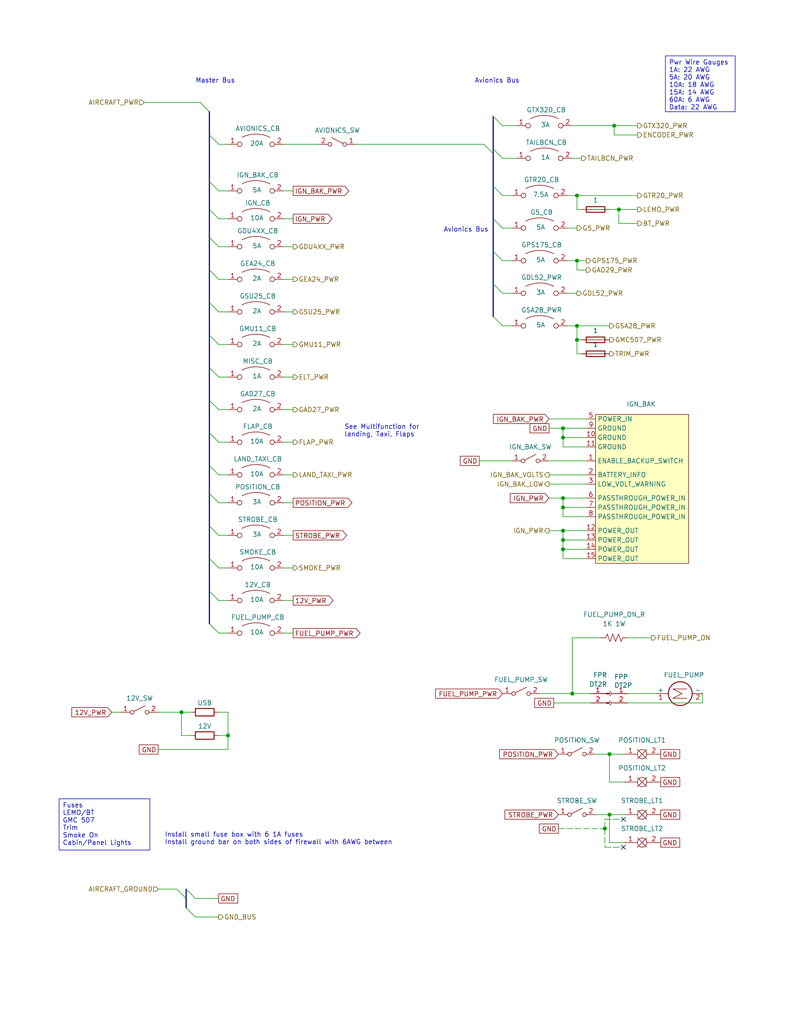
<source format=kicad_sch>
(kicad_sch (version 20250114) (generator "eeschema") (generator_version "9.0")
  (paper "USLetter" portrait)
  (title_block (title "Power Distribution") (date "2025-11-02") (rev "1.1") (company "N877RV"))
  (lib_symbols
    (symbol "Connector:Conn_01x02_Pin" (pin_names (offset 1.016) (hide yes))
      (property "Reference" "J" (at 0 2.54 0))
      (property "Value" "Conn_01x02_Pin" (at 0 -5.08 0))
      (symbol "Conn_01x02_Pin_1_1"
        (rectangle (start 0.8636 0.127) (end 0 -0.127) (stroke (width 0.1524)) (fill (type outline)))
        (rectangle (start 0.8636 -2.413) (end 0 -2.667) (stroke (width 0.1524)) (fill (type outline)))
        (polyline (pts (xy 1.27 0) (xy 0.8636 0)) (stroke (width 0.1524)))
        (polyline (pts (xy 1.27 -2.54) (xy 0.8636 -2.54)) (stroke (width 0.1524)))
        (pin passive line (at 5.08 0 180) (length 3.81) (name "Pin_1") (number "1"))
        (pin passive line (at 5.08 -2.54 180) (length 3.81) (name "Pin_2") (number "2"))
      )
    )
    (symbol "Connector:Conn_01x02_Socket" (pin_names (offset 1.016) (hide yes))
      (property "Reference" "J" (at 0 2.54 0))
      (property "Value" "Conn_01x02_Socket" (at 0 -5.08 0))
      (symbol "Conn_01x02_Socket_1_1"
        (polyline (pts (xy -1.27 0) (xy -0.508 0)) (stroke (width 0.1524)))
        (polyline (pts (xy -1.27 -2.54) (xy -0.508 -2.54)) (stroke (width 0.1524)))
        (arc (start 0 -0.508) (mid -0.5058 0) (end 0 0.508) (stroke (width 0.1524)))
        (arc (start 0 -3.048) (mid -0.5058 -2.54) (end 0 -2.032) (stroke (width 0.1524)))
        (pin passive line (at -5.08 0 0) (length 3.81) (name "Pin_1") (number "1"))
        (pin passive line (at -5.08 -2.54 0) (length 3.81) (name "Pin_2") (number "2"))
      )
    )
    (symbol "Device:CircuitBreaker_1P_US"
      (property "Reference" "CB" (at 3.175 -1.27 0))
      (property "Value" "CircuitBreaker_1P_US" (at 3.175 0.635 0))
      (symbol "CircuitBreaker_1P_US_0_1"
        (arc (start 1.905 3.81) (mid 2.8044 0) (end 1.905 -3.81))
        (circle (center 0 4.445) (radius 0.635))
        (circle (center 0 -4.445) (radius 0.635))
      )
      (symbol "CircuitBreaker_1P_US_1_1"
        (pin passive line (at 0 7.62 270) (length 2.54) (name "~") (number "1"))
        (pin passive line (at 0 -7.62 90) (length 2.54) (name "~") (number "2"))
      )
    )
    (symbol "Device:Fuse" (pin_numbers (hide yes)) (pin_names (offset 0))
      (property "Reference" "F" (at 2.032 0 90))
      (property "Value" "Fuse" (at -1.905 0 90))
      (symbol "Fuse_0_1"
        (rectangle (start -0.762 -2.54) (end 0.762 2.54) (stroke (width 0.254)))
        (polyline (pts (xy 0 2.54) (xy 0 -2.54)))
      )
      (symbol "Fuse_1_1"
        (pin passive line (at 0 3.81 270) (length 1.27) (name "~") (number "1"))
        (pin passive line (at 0 -3.81 90) (length 1.27) (name "~") (number "2"))
      )
    )
    (symbol "Device:R" (pin_numbers (hide yes)) (pin_names (offset 0))
      (property "Reference" "R" (at 2.032 0 90))
      (property "Value" "R" (at 0 0 90))
      (symbol "R_0_1"
        (rectangle (start -1.016 -2.54) (end 1.016 2.54) (stroke (width 0.254)))
      )
      (symbol "R_1_1"
        (pin passive line (at 0 3.81 270) (length 1.27) (name "~") (number "1"))
        (pin passive line (at 0 -3.81 90) (length 1.27) (name "~") (number "2"))
      )
    )
    (symbol "Device:R_US" (pin_numbers (hide yes)) (pin_names (offset 0))
      (property "Reference" "R" (at 2.54 0 90))
      (property "Value" "R_US" (at -2.54 0 90))
      (symbol "R_US_0_1"
        (polyline (pts (xy 0 2.286) (xy 0 2.54)))
        (polyline (pts (xy 0 2.286) (xy 1.016 1.905) (xy 0 1.524) (xy -1.016 1.143) (xy 0 0.762)))
        (polyline (pts (xy 0 0.762) (xy 1.016 0.381) (xy 0 0) (xy -1.016 -0.381) (xy 0 -0.762)))
        (polyline (pts (xy 0 -0.762) (xy 1.016 -1.143) (xy 0 -1.524) (xy -1.016 -1.905) (xy 0 -2.286)))
        (polyline (pts (xy 0 -2.286) (xy 0 -2.54)))
      )
      (symbol "R_US_1_1"
        (pin passive line (at 0 3.81 270) (length 1.27) (name "~") (number "1"))
        (pin passive line (at 0 -3.81 90) (length 1.27) (name "~") (number "2"))
      )
    )
    (symbol "FlyerX:Bulb"
      (property "Reference" "B" (at 1.27 1.27 0))
      (symbol "Bulb_0_1"
        (polyline (pts (xy 0 0) (xy 2.54 -2.54)))
        (polyline (pts (xy 0 -2.54) (xy 2.54 0)))
        (circle (center 1.27 -1.27) (radius 1.27))
      )
      (symbol "Bulb_1_1"
        (pin passive line (at -3.81 -1.27 0) (length 3.81) (name "") (number "1"))
        (pin passive line (at 6.35 -1.27 180) (length 3.81) (name "") (number "2"))
      )
    )
    (symbol "Motor:Motor_DC" (pin_names (offset 0))
      (property "Reference" "M" (at 2.54 2.54 0))
      (property "Value" "Motor_DC" (at 2.54 -5.08 0))
      (symbol "Motor_DC_0_0"
        (polyline (pts (xy -1.27 -3.302) (xy -1.27 0.508) (xy 0 -2.032) (xy 1.27 0.508) (xy 1.27 -3.302)))
      )
      (symbol "Motor_DC_0_1"
        (polyline (pts (xy 0 2.032) (xy 0 2.54)))
        (polyline (pts (xy 0 1.7272) (xy 0 2.0828)))
        (circle (center 0 -1.524) (radius 3.2512) (stroke (width 0.254)))
        (polyline (pts (xy 0 -4.7752) (xy 0 -5.1816)))
        (polyline (pts (xy 0 -7.62) (xy 0 -7.112)))
      )
      (symbol "Motor_DC_1_1"
        (pin passive line (at 0 5.08 270) (length 2.54) (name "+") (number "1"))
        (pin passive line (at 0 -7.62 90) (length 2.54) (name "-") (number "2"))
      )
    )
    (symbol "Switch:SW_SPST" (pin_names (offset 0) (hide yes))
      (property "Reference" "SW" (at 0 3.175 0))
      (property "Value" "SW_SPST" (at 0 -2.54 0))
      (symbol "SW_SPST_0_0"
        (circle (center -2.032 0) (radius 0.508))
        (polyline (pts (xy -1.524 0.254) (xy 1.524 1.778)))
        (circle (center 2.032 0) (radius 0.508))
      )
      (symbol "SW_SPST_1_1"
        (pin passive line (at -5.08 0 0) (length 2.54) (name "A") (number "1"))
        (pin passive line (at 5.08 0 180) (length 2.54) (name "B") (number "2"))
      )
    )
    (symbol "flyerx:TCW_IBBS-12V-3AH"
      (property "Reference" "IBBS" (at 2.54 1.27 0))
      (symbol "TCW_IBBS-12V-3AH_1_1"
        (rectangle (start 0 0) (end 25.4 -40.64) (fill (type background)))
        (pin power_in line (at 27.94 -1.27 180) (length 2.54) (name "POWER_IN") (number "5"))
        (pin passive line (at 27.94 -3.81 180) (length 2.54) (name "GROUND") (number "9"))
        (pin passive line (at 27.94 -6.35 180) (length 2.54) (name "GROUND") (number "10"))
        (pin passive line (at 27.94 -8.89 180) (length 2.54) (name "GROUND") (number "11"))
        (pin bidirectional line (at 27.94 -12.7 180) (length 2.54) (name "ENABLE_BACKUP_SWITCH") (number "1"))
        (pin output line (at 27.94 -16.51 180) (length 2.54) (name "BATTERY_INFO") (number "2"))
        (pin bidirectional line (at 27.94 -19.05 180) (length 2.54) (name "LOW_VOLT_WARNING") (number "3"))
        (pin power_in line (at 27.94 -22.86 180) (length 2.54) (name "PASSTHROUGH_POWER_IN") (number "6"))
        (pin power_in line (at 27.94 -25.4 180) (length 2.54) (name "PASSTHROUGH_POWER_IN") (number "7"))
        (pin power_in line (at 27.94 -27.94 180) (length 2.54) (name "PASSTHROUGH_POWER_IN") (number "8"))
        (pin power_out line (at 27.94 -31.75 180) (length 2.54) (name "POWER_OUT") (number "12"))
        (pin power_out line (at 27.94 -34.29 180) (length 2.54) (name "POWER_OUT") (number "13"))
        (pin power_out line (at 27.94 -36.83 180) (length 2.54) (name "POWER_OUT") (number "14"))
        (pin power_out line (at 27.94 -39.37 180) (length 2.54) (name "POWER_OUT") (number "15"))
      )
    )
  )
  (text "Master Bus" (at 53.34 22.86 0) (effects (font (size 1.27 1.27)) (justify left bottom)))
  (text "Install small fuse box with 6 1A fuses\nInstall ground bar on both sides of firewall with 6AWG between" (at 44.958 230.632 0) (effects (font (size 1.27 1.27)) (justify left bottom)))
  (text "Avionics Bus" (at 133.35 63.5 0) (effects (font (size 1.27 1.27)) (justify right bottom)))
  (text "Avionics Bus" (at 129.54 22.86 0) (effects (font (size 1.27 1.27)) (justify left bottom)))
  (text "See Multifunction for\nlanding, Taxi, Flaps" (at 93.98 119.38 0) (effects (font (size 1.27 1.27)) (justify left bottom)))
  (text_box "Pwr Wire Gauges\n1A: 22 AWG\n5A: 20 AWG\n10A: 18 AWG\n15A: 14 AWG\n60A: 6 AWG\nData: 22 AWG" (at 181.61 15.24 0) (size 19.05 15.24) (margins 0.9525 0.9525 0.9525 0.9525) (effects (font (size 1.27 1.27)) (justify left top)))
  (text_box "Fuses\nLEMO/BT\nGMC 507\nTrim\nSmoke On\nCabin/Panel Lights" (at 16.129 217.932 0) (size 24.765 13.97) (margins 0.9525 0.9525 0.9525 0.9525) (effects (font (size 1.27 1.27)) (justify left top)))
  (junction (at 166.37 205.74))
  (junction (at 157.48 71.12))
  (junction (at 49.53 194.31))
  (junction (at 166.37 222.25))
  (junction (at 153.67 138.43))
  (junction (at 167.64 34.29))
  (junction (at 153.67 149.86))
  (junction (at 153.67 119.38))
  (junction (at 156.21 189.23))
  (junction (at 153.67 135.89))
  (junction (at 157.48 92.71))
  (junction (at 153.67 144.78))
  (junction (at 168.91 57.15))
  (junction (at 153.67 116.84))
  (junction (at 62.23 200.66))
  (junction (at 165.1 226.06))
  (junction (at 157.48 88.9))
  (junction (at 157.48 53.34))
  (junction (at 153.67 147.32))
  (no_connect (at 170.18 231.14))
  (no_connect (at 170.18 223.52))
  (bus_entry (at 48.26 242.57) (size 2.54 2.54))
  (bus_entry (at 57.15 170.18) (size 2.54 2.54))
  (bus_entry (at 134.62 86.36) (size 2.54 2.54))
  (bus_entry (at 57.15 152.4) (size 2.54 2.54))
  (bus_entry (at 134.62 59.69) (size 2.54 2.54))
  (bus_entry (at 57.15 143.51) (size 2.54 2.54))
  (bus_entry (at 57.15 100.33) (size 2.54 2.54))
  (bus_entry (at 57.15 118.11) (size 2.54 2.54))
  (bus_entry (at 50.8 242.57) (size 2.54 2.54))
  (bus_entry (at 134.62 77.47) (size 2.54 2.54))
  (bus_entry (at 57.15 36.83) (size 2.54 2.54))
  (bus_entry (at 57.15 73.66) (size 2.54 2.54))
  (bus_entry (at 57.15 82.55) (size 2.54 2.54))
  (bus_entry (at 132.08 39.37) (size 2.54 2.54))
  (bus_entry (at 57.15 134.62) (size 2.54 2.54))
  (bus_entry (at 57.15 127) (size 2.54 2.54))
  (bus_entry (at 134.62 31.75) (size 2.54 2.54))
  (bus_entry (at 54.61 27.94) (size 2.54 2.54))
  (bus_entry (at 134.62 40.64) (size 2.54 2.54))
  (bus_entry (at 50.8 247.65) (size 2.54 2.54))
  (bus_entry (at 57.15 109.22) (size 2.54 2.54))
  (bus_entry (at 57.15 91.44) (size 2.54 2.54))
  (bus_entry (at 134.62 68.58) (size 2.54 2.54))
  (bus_entry (at 57.15 49.53) (size 2.54 2.54))
  (bus_entry (at 57.15 57.15) (size 2.54 2.54))
  (bus_entry (at 134.62 50.8) (size 2.54 2.54))
  (bus_entry (at 57.15 161.29) (size 2.54 2.54))
  (bus_entry (at 57.15 64.77) (size 2.54 2.54))
  (wire (pts (xy 149.86 125.73) (xy 160.02 125.73)))
  (wire (pts (xy 137.16 88.9) (xy 139.7 88.9)))
  (wire (pts (xy 59.69 120.65) (xy 62.23 120.65)))
  (wire (pts (xy 165.1 223.52) (xy 170.18 223.52)) (stroke (width 0) (type dash)))
  (wire (pts (xy 77.47 154.94) (xy 80.01 154.94)))
  (wire (pts (xy 167.64 36.83) (xy 167.64 34.29)))
  (wire (pts (xy 59.69 67.31) (xy 62.23 67.31)))
  (bus (pts (xy 134.62 59.69) (xy 134.62 68.58)))
  (wire (pts (xy 151.13 191.77) (xy 161.29 191.77)))
  (wire (pts (xy 160.02 138.43) (xy 153.67 138.43)))
  (wire (pts (xy 157.48 57.15) (xy 157.48 53.34)))
  (wire (pts (xy 166.37 213.36) (xy 166.37 205.74)))
  (wire (pts (xy 137.16 34.29) (xy 140.97 34.29)))
  (wire (pts (xy 77.47 52.07) (xy 80.01 52.07)))
  (bus (pts (xy 57.15 36.83) (xy 57.15 49.53)))
  (wire (pts (xy 62.23 200.66) (xy 62.23 204.47)))
  (wire (pts (xy 154.94 80.01) (xy 157.48 80.01)))
  (wire (pts (xy 30.48 194.31) (xy 33.02 194.31)))
  (wire (pts (xy 59.69 194.31) (xy 62.23 194.31)))
  (bus (pts (xy 134.62 40.64) (xy 134.62 41.91)))
  (bus (pts (xy 57.15 161.29) (xy 57.15 170.18)))
  (wire (pts (xy 160.02 119.38) (xy 153.67 119.38)))
  (wire (pts (xy 158.75 92.71) (xy 157.48 92.71)))
  (wire (pts (xy 59.69 59.69) (xy 62.23 59.69)))
  (wire (pts (xy 156.21 189.23) (xy 161.29 189.23)))
  (wire (pts (xy 59.69 200.66) (xy 62.23 200.66)))
  (wire (pts (xy 43.18 204.47) (xy 62.23 204.47)))
  (bus (pts (xy 57.15 118.11) (xy 57.15 127)))
  (wire (pts (xy 171.45 189.23) (xy 179.07 189.23)))
  (wire (pts (xy 153.67 147.32) (xy 153.67 144.78)))
  (wire (pts (xy 165.1 226.06) (xy 165.1 223.52)) (stroke (width 0) (type dash)))
  (wire (pts (xy 137.16 62.23) (xy 139.7 62.23)))
  (wire (pts (xy 160.02 73.66) (xy 157.48 73.66)))
  (wire (pts (xy 173.99 34.29) (xy 167.64 34.29)))
  (bus (pts (xy 134.62 31.75) (xy 134.62 40.64)))
  (bus (pts (xy 134.62 50.8) (xy 134.62 59.69)))
  (wire (pts (xy 171.45 173.99) (xy 177.8 173.99)))
  (wire (pts (xy 165.1 231.14) (xy 170.18 231.14)) (stroke (width 0) (type dash)))
  (wire (pts (xy 156.21 34.29) (xy 167.64 34.29)))
  (wire (pts (xy 153.67 116.84) (xy 160.02 116.84)))
  (wire (pts (xy 149.86 116.84) (xy 153.67 116.84)))
  (wire (pts (xy 153.67 119.38) (xy 153.67 116.84)))
  (wire (pts (xy 152.4 226.06) (xy 165.1 226.06)) (stroke (width 0) (type dash)))
  (wire (pts (xy 149.86 114.3) (xy 160.02 114.3)))
  (wire (pts (xy 163.83 173.99) (xy 156.21 173.99)))
  (wire (pts (xy 173.99 57.15) (xy 168.91 57.15)))
  (wire (pts (xy 43.18 242.57) (xy 48.26 242.57)))
  (bus (pts (xy 57.15 49.53) (xy 57.15 57.15)))
  (wire (pts (xy 153.67 121.92) (xy 153.67 119.38)))
  (bus (pts (xy 57.15 73.66) (xy 57.15 64.77)))
  (wire (pts (xy 160.02 121.92) (xy 153.67 121.92)))
  (wire (pts (xy 77.47 76.2) (xy 80.01 76.2)))
  (wire (pts (xy 77.47 172.72) (xy 80.01 172.72)))
  (bus (pts (xy 134.62 68.58) (xy 134.62 77.47)))
  (wire (pts (xy 77.47 111.76) (xy 80.01 111.76)))
  (wire (pts (xy 160.02 152.4) (xy 153.67 152.4)))
  (wire (pts (xy 147.32 189.23) (xy 156.21 189.23)))
  (bus (pts (xy 57.15 30.48) (xy 57.15 36.83)))
  (wire (pts (xy 77.47 59.69) (xy 80.01 59.69)))
  (wire (pts (xy 154.94 62.23) (xy 157.48 62.23)))
  (wire (pts (xy 59.69 52.07) (xy 62.23 52.07)))
  (wire (pts (xy 170.18 213.36) (xy 166.37 213.36)))
  (wire (pts (xy 153.67 144.78) (xy 160.02 144.78)))
  (wire (pts (xy 162.56 222.25) (xy 166.37 222.25)))
  (wire (pts (xy 173.99 36.83) (xy 167.64 36.83)))
  (wire (pts (xy 49.53 200.66) (xy 52.07 200.66)))
  (wire (pts (xy 53.34 245.11) (xy 59.69 245.11)))
  (wire (pts (xy 137.16 43.18) (xy 140.97 43.18)))
  (wire (pts (xy 166.37 229.87) (xy 166.37 222.25)))
  (wire (pts (xy 39.37 27.94) (xy 54.61 27.94)))
  (wire (pts (xy 77.47 67.31) (xy 80.01 67.31)))
  (bus (pts (xy 57.15 57.15) (xy 57.15 64.77)))
  (wire (pts (xy 59.69 76.2) (xy 62.23 76.2)))
  (bus (pts (xy 57.15 82.55) (xy 57.15 91.44)))
  (wire (pts (xy 154.94 53.34) (xy 157.48 53.34)))
  (wire (pts (xy 157.48 96.52) (xy 157.48 92.71)))
  (bus (pts (xy 57.15 100.33) (xy 57.15 109.22)))
  (wire (pts (xy 130.81 125.73) (xy 139.7 125.73)))
  (wire (pts (xy 156.21 43.18) (xy 158.75 43.18)))
  (wire (pts (xy 158.75 57.15) (xy 157.48 57.15)))
  (wire (pts (xy 170.18 229.87) (xy 166.37 229.87)))
  (wire (pts (xy 59.69 111.76) (xy 62.23 111.76)))
  (wire (pts (xy 59.69 154.94) (xy 62.23 154.94)))
  (wire (pts (xy 158.75 96.52) (xy 157.48 96.52)))
  (wire (pts (xy 59.69 129.54) (xy 62.23 129.54)))
  (wire (pts (xy 157.48 73.66) (xy 157.48 71.12)))
  (bus (pts (xy 50.8 245.11) (xy 50.8 247.65)))
  (wire (pts (xy 157.48 88.9) (xy 166.37 88.9)))
  (wire (pts (xy 137.16 80.01) (xy 139.7 80.01)))
  (wire (pts (xy 137.16 53.34) (xy 139.7 53.34)))
  (bus (pts (xy 57.15 143.51) (xy 57.15 152.4)))
  (wire (pts (xy 49.53 194.31) (xy 49.53 200.66)))
  (bus (pts (xy 57.15 134.62) (xy 57.15 143.51)))
  (wire (pts (xy 77.47 93.98) (xy 80.01 93.98)))
  (wire (pts (xy 191.77 189.23) (xy 191.77 191.77)))
  (wire (pts (xy 62.23 194.31) (xy 62.23 200.66)))
  (wire (pts (xy 157.48 92.71) (xy 157.48 88.9)))
  (wire (pts (xy 77.47 102.87) (xy 80.01 102.87)))
  (wire (pts (xy 149.86 144.78) (xy 153.67 144.78)))
  (wire (pts (xy 59.69 102.87) (xy 62.23 102.87)))
  (wire (pts (xy 59.69 39.37) (xy 62.23 39.37)))
  (wire (pts (xy 168.91 60.96) (xy 168.91 57.15)))
  (wire (pts (xy 59.69 163.83) (xy 62.23 163.83)))
  (wire (pts (xy 157.48 53.34) (xy 173.99 53.34)))
  (wire (pts (xy 59.69 85.09) (xy 62.23 85.09)))
  (wire (pts (xy 77.47 129.54) (xy 80.01 129.54)))
  (wire (pts (xy 168.91 57.15) (xy 166.37 57.15)))
  (wire (pts (xy 49.53 194.31) (xy 52.07 194.31)))
  (wire (pts (xy 153.67 152.4) (xy 153.67 149.86)))
  (wire (pts (xy 153.67 149.86) (xy 153.67 147.32)))
  (bus (pts (xy 57.15 100.33) (xy 57.15 91.44)))
  (wire (pts (xy 59.69 93.98) (xy 62.23 93.98)))
  (wire (pts (xy 154.94 71.12) (xy 157.48 71.12)))
  (wire (pts (xy 149.86 135.89) (xy 153.67 135.89)))
  (wire (pts (xy 77.47 163.83) (xy 80.01 163.83)))
  (wire (pts (xy 156.21 173.99) (xy 156.21 189.23)))
  (wire (pts (xy 77.47 85.09) (xy 80.01 85.09)))
  (wire (pts (xy 77.47 137.16) (xy 80.01 137.16)))
  (wire (pts (xy 43.18 194.31) (xy 49.53 194.31)))
  (wire (pts (xy 160.02 140.97) (xy 153.67 140.97)))
  (wire (pts (xy 157.48 71.12) (xy 160.02 71.12)))
  (bus (pts (xy 57.15 152.4) (xy 57.15 161.29)))
  (wire (pts (xy 153.67 140.97) (xy 153.67 138.43)))
  (bus (pts (xy 134.62 41.91) (xy 134.62 50.8)))
  (wire (pts (xy 191.77 191.77) (xy 171.45 191.77)))
  (bus (pts (xy 57.15 73.66) (xy 57.15 82.55)))
  (wire (pts (xy 153.67 138.43) (xy 153.67 135.89)))
  (wire (pts (xy 160.02 147.32) (xy 153.67 147.32)))
  (wire (pts (xy 153.67 135.89) (xy 160.02 135.89)))
  (wire (pts (xy 173.99 60.96) (xy 168.91 60.96)))
  (wire (pts (xy 77.47 146.05) (xy 80.01 146.05)))
  (wire (pts (xy 162.56 205.74) (xy 166.37 205.74)))
  (wire (pts (xy 149.86 129.54) (xy 160.02 129.54)))
  (bus (pts (xy 57.15 109.22) (xy 57.15 118.11)))
  (wire (pts (xy 137.16 71.12) (xy 139.7 71.12)))
  (wire (pts (xy 59.69 146.05) (xy 62.23 146.05)))
  (bus (pts (xy 50.8 242.57) (xy 50.8 245.11)))
  (wire (pts (xy 59.69 172.72) (xy 62.23 172.72)))
  (wire (pts (xy 165.1 226.06) (xy 165.1 231.14)) (stroke (width 0) (type dash)))
  (wire (pts (xy 77.47 120.65) (xy 80.01 120.65)))
  (wire (pts (xy 166.37 222.25) (xy 170.18 222.25)))
  (wire (pts (xy 53.34 250.19) (xy 59.69 250.19)))
  (bus (pts (xy 57.15 127) (xy 57.15 134.62)))
  (wire (pts (xy 154.94 88.9) (xy 157.48 88.9)))
  (wire (pts (xy 59.69 137.16) (xy 62.23 137.16)))
  (bus (pts (xy 134.62 77.47) (xy 134.62 86.36)))
  (wire (pts (xy 160.02 149.86) (xy 153.67 149.86)))
  (wire (pts (xy 149.86 132.08) (xy 160.02 132.08)))
  (wire (pts (xy 97.155 39.37) (xy 132.08 39.37)))
  (wire (pts (xy 77.47 39.37) (xy 86.995 39.37)))
  (wire (pts (xy 166.37 205.74) (xy 170.18 205.74)))
  (global_label "IGN_PWR" (shape input) (at 149.86 135.89 180) (property "Intersheetrefs" "${INTERSHEET_REFS}" (effects (hide yes))))
  (global_label "GND" (shape passive) (at 180.34 213.36 0) (property "Intersheetrefs" "${INTERSHEET_REFS}" (effects (hide yes))))
  (global_label "12V_PWR" (shape input) (at 30.48 194.31 180) (property "Intersheetrefs" "${INTERSHEET_REFS}" (effects (hide yes))))
  (global_label "IGN_BAK_PWR" (shape output) (at 80.01 52.07 0) (property "Intersheetrefs" "${INTERSHEET_REFS}" (effects (hide yes))))
  (global_label "12V_PWR" (shape output) (at 80.01 163.83 0) (property "Intersheetrefs" "${INTERSHEET_REFS}" (effects (hide yes))))
  (global_label "STROBE_PWR" (shape output) (at 80.01 146.05 0) (property "Intersheetrefs" "${INTERSHEET_REFS}" (effects (hide yes))))
  (global_label "GND" (shape passive) (at 152.4 226.06 180) (property "Intersheetrefs" "${INTERSHEET_REFS}" (effects (hide yes))))
  (global_label "POSITION_PWR" (shape output) (at 80.01 137.16 0) (property "Intersheetrefs" "${INTERSHEET_REFS}" (effects (hide yes))))
  (global_label "GND" (shape passive) (at 180.34 222.25 0) (property "Intersheetrefs" "${INTERSHEET_REFS}" (effects (hide yes))))
  (global_label "IGN_PWR" (shape output) (at 80.01 59.69 0) (property "Intersheetrefs" "${INTERSHEET_REFS}" (effects (hide yes))))
  (global_label "GND" (shape passive) (at 130.81 125.73 180) (property "Intersheetrefs" "${INTERSHEET_REFS}" (effects (hide yes))))
  (global_label "GND" (shape passive) (at 180.34 229.87 0) (property "Intersheetrefs" "${INTERSHEET_REFS}" (effects (hide yes))))
  (global_label "GND" (shape passive) (at 180.34 205.74 0) (property "Intersheetrefs" "${INTERSHEET_REFS}" (effects (hide yes))))
  (global_label "POSITION_PWR" (shape input) (at 152.4 205.74 180) (property "Intersheetrefs" "${INTERSHEET_REFS}" (effects (hide yes))))
  (global_label "FUEL_PUMP_PWR" (shape output) (at 80.01 172.72 0) (property "Intersheetrefs" "${INTERSHEET_REFS}" (effects (hide yes))))
  (global_label "IGN_BAK_PWR" (shape input) (at 149.86 114.3 180) (property "Intersheetrefs" "${INTERSHEET_REFS}" (effects (hide yes))))
  (global_label "GND" (shape passive) (at 59.69 245.11 0) (property "Intersheetrefs" "${INTERSHEET_REFS}" (effects (hide yes))))
  (global_label "GND" (shape passive) (at 151.13 191.77 180) (property "Intersheetrefs" "${INTERSHEET_REFS}" (effects (hide yes))))
  (global_label "STROBE_PWR" (shape input) (at 152.4 222.25 180) (property "Intersheetrefs" "${INTERSHEET_REFS}" (effects (hide yes))))
  (global_label "GND" (shape passive) (at 43.18 204.47 180) (property "Intersheetrefs" "${INTERSHEET_REFS}" (effects (hide yes))))
  (global_label "FUEL_PUMP_PWR" (shape input) (at 137.16 189.23 180) (property "Intersheetrefs" "${INTERSHEET_REFS}" (effects (hide yes))))
  (global_label "GND" (shape passive) (at 149.86 116.84 180) (property "Intersheetrefs" "${INTERSHEET_REFS}" (effects (hide yes))))
  (hierarchical_label "AIRCRAFT_PWR" (shape input) (at 39.37 27.94 180))
  (hierarchical_label "GMU11_PWR" (shape output) (at 80.01 93.98 0))
  (hierarchical_label "ELT_PWR" (shape output) (at 80.01 102.87 0))
  (hierarchical_label "GND_BUS" (shape output) (at 59.69 250.19 0))
  (hierarchical_label "IGN_BAK_VOLTS" (shape output) (at 149.86 129.54 180))
  (hierarchical_label "GTR20_PWR" (shape output) (at 173.99 53.34 0))
  (hierarchical_label "SMOKE_PWR" (shape output) (at 80.01 154.94 0))
  (hierarchical_label "GPS175_PWR" (shape output) (at 160.02 71.12 0))
  (hierarchical_label "TAILBCN_PWR" (shape output) (at 158.75 43.18 0))
  (hierarchical_label "LEMO_PWR" (shape output) (at 173.99 57.15 0))
  (hierarchical_label "FUEL_PUMP_ON" (shape output) (at 177.8 173.99 0))
  (hierarchical_label "G5_PWR" (shape output) (at 157.48 62.23 0))
  (hierarchical_label "GSU25_PWR" (shape output) (at 80.01 85.09 0))
  (hierarchical_label "FLAP_PWR" (shape output) (at 80.01 120.65 0))
  (hierarchical_label "BT_PWR" (shape output) (at 173.99 60.96 0))
  (hierarchical_label "GMC507_PWR" (shape output) (at 166.37 92.71 0))
  (hierarchical_label "LAND_TAXI_PWR" (shape output) (at 80.01 129.54 0))
  (hierarchical_label "AIRCRAFT_GROUND" (shape input) (at 43.18 242.57 180))
  (hierarchical_label "IGN_BAK_LOW" (shape output) (at 149.86 132.08 180))
  (hierarchical_label "GEA24_PWR" (shape output) (at 80.01 76.2 0))
  (hierarchical_label "ENCODER_PWR" (shape output) (at 173.99 36.83 0))
  (hierarchical_label "IGN_PWR" (shape output) (at 149.86 144.78 180))
  (hierarchical_label "GDL52_PWR" (shape output) (at 157.48 80.01 0))
  (hierarchical_label "GAD27_PWR" (shape output) (at 80.01 111.76 0))
  (hierarchical_label "GAD29_PWR" (shape output) (at 160.02 73.66 0))
  (hierarchical_label "GDU4XX_PWR" (shape output) (at 80.01 67.31 0))
  (hierarchical_label "GTX320_PWR" (shape output) (at 173.99 34.29 0))
  (hierarchical_label "TRIM_PWR" (shape output) (at 166.37 96.52 0))
  (hierarchical_label "GSA28_PWR" (shape output) (at 166.37 88.9 0))
  (symbol (lib_id "Device:CircuitBreaker_1P_US") (at 147.32 53.34 90) (unit 1)
    (property "Reference" "GTR20_CB" (at 147.828 49.022 90))
    (property "Value" "7.5A" (at 147.574 53.086 90))
    (property "Description" "Single pole circuit breaker, US symbol" (effects (hide yes)))
  )
  (symbol (lib_id "Motor:Motor_DC") (at 184.15 189.23 90) (unit 1)
    (property "Reference" "FUEL_PUMP" (at 186.69 184.15 90))
    (property "Value" "Motor_DC" (effects (hide yes)))
  )
  (symbol (lib_id "Device:CircuitBreaker_1P_US") (at 147.32 88.9 90) (unit 1)
    (property "Reference" "GSA28_PWR" (at 147.828 84.582 90))
    (property "Value" "5A" (at 147.574 88.646 90))
    (property "Description" "Single pole circuit breaker, US symbol" (effects (hide yes)))
  )
  (symbol (lib_id "Device:R") (at 55.88 200.66 90) (unit 1)
    (property "Reference" "12V" (at 55.88 198.12 90))
    (property "Value" "R" (effects (hide yes)))
  )
  (symbol (lib_id "Switch:SW_SPST") (at 157.48 222.25 0) (unit 1)
    (property "Reference" "STROBE_SW" (at 157.48 218.44 0))
    (property "Value" "~" (at 157.48 218.44 0))
  )
  (symbol (lib_id "flyerx:TCW_IBBS-12V-3AH") (at 187.96 113.03 0) (mirror y) (unit 1)
    (property "Reference" "IGN_BAK" (at 175.006 110.236 0))
  )
  (symbol (lib_id "FlyerX:Bulb") (at 173.99 204.47 0) (unit 1)
    (property "Reference" "POSITION_LT1" (at 175.26 201.93 0))
    (property "Value" "Clear" (effects (hide yes)))
  )
  (symbol (lib_id "Device:R_US") (at 167.64 173.99 90) (unit 1)
    (property "Reference" "FUEL_PUMP_ON_R" (at 167.64 167.64 90))
    (property "Value" "1K 1W" (at 167.64 170.18 90))
    (property "Description" "Resistor, US symbol" (effects (hide yes)))
  )
  (symbol (lib_id "Connector:Conn_01x02_Pin") (at 166.37 189.23 0) (mirror y) (unit 1)
    (property "Reference" "FPR" (at 165.735 184.15 0) (effects (justify left)))
    (property "Value" "DT2R" (at 165.735 186.69 0) (effects (justify left)))
    (property "Description" "Generic connector, single row, 01x02, script generated" (effects (hide yes)))
  )
  (symbol (lib_id "Device:CircuitBreaker_1P_US") (at 69.85 163.83 90) (unit 1)
    (property "Reference" "12V_CB" (at 70.358 159.512 90))
    (property "Value" "10A" (at 70.104 163.576 90))
    (property "Description" "Single pole circuit breaker, US symbol" (effects (hide yes)))
  )
  (symbol (lib_id "Device:CircuitBreaker_1P_US") (at 69.85 111.76 90) (unit 1)
    (property "Reference" "GAD27_CB" (at 70.358 107.442 90))
    (property "Value" "2A" (at 70.104 111.506 90))
    (property "Description" "Single pole circuit breaker, US symbol" (effects (hide yes)))
  )
  (symbol (lib_id "Device:CircuitBreaker_1P_US") (at 69.85 59.69 90) (unit 1)
    (property "Reference" "IGN_CB" (at 70.358 55.372 90))
    (property "Value" "10A" (at 70.104 59.436 90))
    (property "Description" "Single pole circuit breaker, US symbol" (effects (hide yes)))
  )
  (symbol (lib_id "Device:CircuitBreaker_1P_US") (at 69.85 102.87 90) (unit 1)
    (property "Reference" "MISC_CB" (at 70.358 98.552 90))
    (property "Value" "1A" (at 70.104 102.616 90))
    (property "Description" "Single pole circuit breaker, US symbol" (effects (hide yes)))
  )
  (symbol (lib_id "Device:Fuse") (at 162.56 96.52 90) (unit 1)
    (property "Reference" "GMC507_FS1" (effects (hide yes)))
    (property "Value" "1" (at 162.56 93.98 90))
  )
  (symbol (lib_id "Device:CircuitBreaker_1P_US") (at 69.85 146.05 90) (unit 1)
    (property "Reference" "STROBE_CB" (at 70.358 141.732 90))
    (property "Value" "3A" (at 70.104 145.796 90))
    (property "Description" "Single pole circuit breaker, US symbol" (effects (hide yes)))
  )
  (symbol (lib_id "Device:CircuitBreaker_1P_US") (at 69.85 52.07 90) (unit 1)
    (property "Reference" "IGN_BAK_CB" (at 70.358 47.752 90))
    (property "Value" "5A" (at 70.104 51.816 90))
    (property "Description" "Single pole circuit breaker, US symbol" (effects (hide yes)))
  )
  (symbol (lib_id "Device:CircuitBreaker_1P_US") (at 69.85 67.31 90) (unit 1)
    (property "Reference" "GDU4XX_CB" (at 70.358 62.992 90))
    (property "Value" "5A" (at 70.104 67.056 90))
    (property "Description" "Single pole circuit breaker, US symbol" (effects (hide yes)))
  )
  (symbol (lib_id "Device:CircuitBreaker_1P_US") (at 69.85 154.94 90) (unit 1)
    (property "Reference" "SMOKE_CB" (at 70.358 150.622 90))
    (property "Value" "10A" (at 70.104 154.686 90))
    (property "Description" "Single pole circuit breaker, US symbol" (effects (hide yes)))
  )
  (symbol (lib_id "Switch:SW_SPST") (at 38.1 194.31 0) (unit 1)
    (property "Reference" "12V_SW" (at 38.1 190.5 0))
  )
  (symbol (lib_id "Device:CircuitBreaker_1P_US") (at 69.85 93.98 90) (unit 1)
    (property "Reference" "GMU11_CB" (at 70.358 89.662 90))
    (property "Value" "2A" (at 70.104 93.726 90))
    (property "Description" "Single pole circuit breaker, US symbol" (effects (hide yes)))
  )
  (symbol (lib_id "Device:CircuitBreaker_1P_US") (at 148.59 43.18 90) (unit 1)
    (property "Reference" "TAILBCN_CB" (at 149.098 38.862 90))
    (property "Value" "1A" (at 148.844 42.926 90))
    (property "Description" "Single pole circuit breaker, US symbol" (effects (hide yes)))
  )
  (symbol (lib_id "Device:CircuitBreaker_1P_US") (at 69.85 85.09 90) (unit 1)
    (property "Reference" "GSU25_CB" (at 70.358 80.772 90))
    (property "Value" "2A" (at 70.104 84.836 90))
    (property "Description" "Single pole circuit breaker, US symbol" (effects (hide yes)))
  )
  (symbol (lib_id "Connector:Conn_01x02_Socket") (at 166.37 189.23 0) (mirror y) (unit 1)
    (property "Reference" "FPP" (at 167.64 184.658 0) (effects (justify right)))
    (property "Value" "DT2P" (at 167.64 186.944 0) (effects (justify right)))
    (property "Description" "Generic connector, single row, 01x02, script generated" (effects (hide yes)))
  )
  (symbol (lib_id "Device:R") (at 55.88 194.31 90) (unit 1)
    (property "Reference" "USB" (at 55.88 191.77 90))
    (property "Value" "R" (effects (hide yes)))
  )
  (symbol (lib_id "Device:Fuse") (at 162.56 92.71 90) (unit 1)
    (property "Reference" "GMC507_FS" (effects (hide yes)))
    (property "Value" "1" (at 162.56 90.17 90))
  )
  (symbol (lib_id "FlyerX:Bulb") (at 173.99 220.98 0) (unit 1)
    (property "Reference" "STROBE_LT1" (at 175.26 218.44 0))
    (property "Value" "Clear" (effects (hide yes)))
  )
  (symbol (lib_id "Device:CircuitBreaker_1P_US") (at 147.32 71.12 90) (unit 1)
    (property "Reference" "GPS175_CB" (at 147.828 66.802 90))
    (property "Value" "5A" (at 147.574 70.866 90))
    (property "Description" "Single pole circuit breaker, US symbol" (effects (hide yes)))
  )
  (symbol (lib_id "Switch:SW_SPST") (at 144.78 125.73 0) (unit 1)
    (property "Reference" "IGN_BAK_SW" (at 144.78 121.92 0))
  )
  (symbol (lib_id "Switch:SW_SPST") (at 92.075 39.37 0) (mirror y) (unit 1)
    (property "Reference" "AVIONICS_SW" (at 92.075 35.56 0))
    (property "Value" "~" (at 92.075 35.56 0))
  )
  (symbol (lib_id "Device:CircuitBreaker_1P_US") (at 69.85 120.65 90) (unit 1)
    (property "Reference" "FLAP_CB" (at 70.358 116.332 90))
    (property "Value" "10A" (at 70.104 120.396 90))
    (property "Description" "Single pole circuit breaker, US symbol" (effects (hide yes)))
  )
  (symbol (lib_id "Device:Fuse") (at 162.56 57.15 90) (unit 1)
    (property "Reference" "LEMO_FS" (effects (hide yes)))
    (property "Value" "1" (at 162.56 54.61 90))
  )
  (symbol (lib_id "Device:CircuitBreaker_1P_US") (at 69.85 129.54 90) (unit 1)
    (property "Reference" "LAND_TAXI_CB" (at 70.358 125.222 90))
    (property "Value" "10A" (at 70.104 129.286 90))
    (property "Description" "Single pole circuit breaker, US symbol" (effects (hide yes)))
  )
  (symbol (lib_id "Device:CircuitBreaker_1P_US") (at 147.32 80.01 90) (unit 1)
    (property "Reference" "GDL52_PWR" (at 147.828 75.692 90))
    (property "Value" "3A" (at 147.574 79.756 90))
    (property "Description" "Single pole circuit breaker, US symbol" (effects (hide yes)))
  )
  (symbol (lib_id "Device:CircuitBreaker_1P_US") (at 69.85 76.2 90) (unit 1)
    (property "Reference" "GEA24_CB" (at 70.358 71.882 90))
    (property "Value" "2A" (at 70.104 75.946 90))
    (property "Description" "Single pole circuit breaker, US symbol" (effects (hide yes)))
  )
  (symbol (lib_id "Device:CircuitBreaker_1P_US") (at 148.59 34.29 90) (unit 1)
    (property "Reference" "GTX320_CB" (at 149.098 29.972 90))
    (property "Value" "3A" (at 148.844 34.036 90))
    (property "Description" "Single pole circuit breaker, US symbol" (effects (hide yes)))
  )
  (symbol (lib_id "FlyerX:Bulb") (at 173.99 228.6 0) (unit 1)
    (property "Reference" "STROBE_LT2" (at 175.26 226.06 0))
    (property "Value" "Clear" (effects (hide yes)))
  )
  (symbol (lib_id "Device:CircuitBreaker_1P_US") (at 69.85 137.16 90) (unit 1)
    (property "Reference" "POSITION_CB" (at 70.358 132.842 90))
    (property "Value" "3A" (at 70.104 136.906 90))
    (property "Description" "Single pole circuit breaker, US symbol" (effects (hide yes)))
  )
  (symbol (lib_id "Switch:SW_SPST") (at 142.24 189.23 0) (unit 1)
    (property "Reference" "FUEL_PUMP_SW" (at 142.24 185.42 0))
  )
  (symbol (lib_id "Switch:SW_SPST") (at 157.48 205.74 0) (unit 1)
    (property "Reference" "POSITION_SW" (at 157.48 201.93 0))
    (property "Value" "~" (at 157.48 201.93 0))
  )
  (symbol (lib_id "Device:CircuitBreaker_1P_US") (at 69.85 39.37 90) (unit 1)
    (property "Reference" "AVIONICS_CB" (at 70.358 35.052 90))
    (property "Value" "20A" (at 70.104 39.116 90))
    (property "Description" "Single pole circuit breaker, US symbol" (effects (hide yes)))
  )
  (symbol (lib_id "Device:CircuitBreaker_1P_US") (at 147.32 62.23 90) (unit 1)
    (property "Reference" "G5_CB" (at 147.828 57.912 90))
    (property "Value" "5A" (at 147.574 61.976 90))
    (property "Description" "Single pole circuit breaker, US symbol" (effects (hide yes)))
  )
  (symbol (lib_id "FlyerX:Bulb") (at 173.99 212.09 0) (unit 1)
    (property "Reference" "POSITION_LT2" (at 175.26 209.55 0))
    (property "Value" "Clear" (effects (hide yes)))
  )
  (symbol (lib_id "Device:CircuitBreaker_1P_US") (at 69.85 172.72 90) (unit 1)
    (property "Reference" "FUEL_PUMP_CB" (at 70.358 168.402 90))
    (property "Value" "10A" (at 70.104 172.466 90))
    (property "Description" "Single pole circuit breaker, US symbol" (effects (hide yes)))
  )
)
</source>
